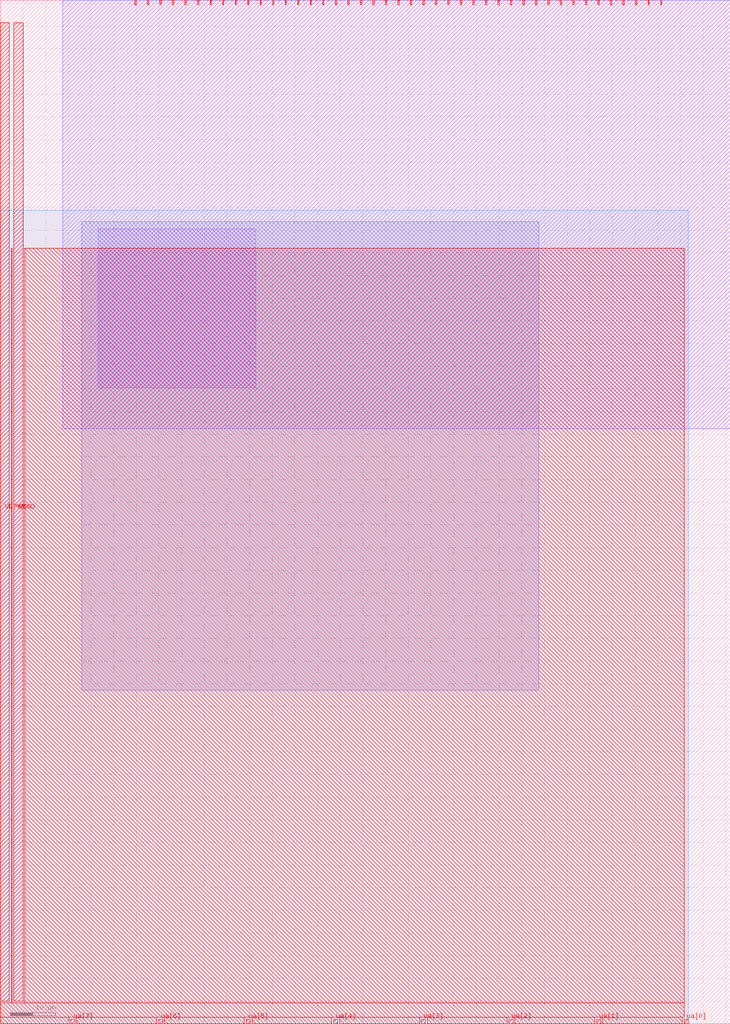
<source format=lef>
VERSION 5.7 ;
  NOWIREEXTENSIONATPIN ON ;
  DIVIDERCHAR "/" ;
  BUSBITCHARS "[]" ;
MACRO tt_um_test_14
  CLASS BLOCK ;
  FOREIGN tt_um_test_14 ;
  ORIGIN 0.000 0.000 ;
  SIZE 161.000 BY 225.760 ;
  PIN clk
    DIRECTION INPUT ;
    PORT
      LAYER met4 ;
        RECT 142.860 224.760 143.160 225.760 ;
    END
  END clk
  PIN ena
    DIRECTION INPUT ;
    PORT
      LAYER met4 ;
        RECT 145.620 224.760 145.920 225.760 ;
    END
  END ena
  PIN rst_n
    DIRECTION INPUT ;
    PORT
      LAYER met4 ;
        RECT 140.100 224.760 140.400 225.760 ;
    END
  END rst_n
  PIN ua[0]
    DIRECTION INOUT ;
    PORT
      LAYER met4 ;
        RECT 150.840 0.000 151.740 1.000 ;
    END
  END ua[0]
  PIN ua[1]
    DIRECTION INOUT ;
    PORT
      LAYER met4 ;
        RECT 131.520 0.000 132.420 1.000 ;
    END
  END ua[1]
  PIN ua[2]
    DIRECTION INOUT ;
    PORT
      LAYER met4 ;
        RECT 112.200 0.000 113.100 1.000 ;
    END
  END ua[2]
  PIN ua[3]
    DIRECTION INOUT ;
    PORT
      LAYER met4 ;
        RECT 92.880 0.000 93.780 1.000 ;
    END
  END ua[3]
  PIN ua[4]
    DIRECTION INOUT ;
    PORT
      LAYER met4 ;
        RECT 73.560 0.000 74.460 1.000 ;
    END
  END ua[4]
  PIN ua[5]
    DIRECTION INOUT ;
    PORT
      LAYER met4 ;
        RECT 54.240 0.000 55.140 1.000 ;
    END
  END ua[5]
  PIN ua[6]
    DIRECTION INOUT ;
    PORT
      LAYER met4 ;
        RECT 34.920 0.000 35.820 1.000 ;
    END
  END ua[6]
  PIN ua[7]
    DIRECTION INOUT ;
    PORT
      LAYER met4 ;
        RECT 15.600 0.000 16.500 1.000 ;
    END
  END ua[7]
  PIN ui_in[0]
    DIRECTION INPUT ;
    PORT
      LAYER met4 ;
        RECT 137.340 224.760 137.640 225.760 ;
    END
  END ui_in[0]
  PIN ui_in[1]
    DIRECTION INPUT ;
    PORT
      LAYER met4 ;
        RECT 134.580 224.760 134.880 225.760 ;
    END
  END ui_in[1]
  PIN ui_in[2]
    DIRECTION INPUT ;
    PORT
      LAYER met4 ;
        RECT 131.820 224.760 132.120 225.760 ;
    END
  END ui_in[2]
  PIN ui_in[3]
    DIRECTION INPUT ;
    PORT
      LAYER met4 ;
        RECT 129.060 224.760 129.360 225.760 ;
    END
  END ui_in[3]
  PIN ui_in[4]
    DIRECTION INPUT ;
    PORT
      LAYER met4 ;
        RECT 126.300 224.760 126.600 225.760 ;
    END
  END ui_in[4]
  PIN ui_in[5]
    DIRECTION INPUT ;
    PORT
      LAYER met4 ;
        RECT 123.540 224.760 123.840 225.760 ;
    END
  END ui_in[5]
  PIN ui_in[6]
    DIRECTION INPUT ;
    PORT
      LAYER met4 ;
        RECT 120.780 224.760 121.080 225.760 ;
    END
  END ui_in[6]
  PIN ui_in[7]
    DIRECTION INPUT ;
    PORT
      LAYER met4 ;
        RECT 118.020 224.760 118.320 225.760 ;
    END
  END ui_in[7]
  PIN uio_in[0]
    DIRECTION INPUT ;
    PORT
      LAYER met4 ;
        RECT 115.260 224.760 115.560 225.760 ;
    END
  END uio_in[0]
  PIN uio_in[1]
    DIRECTION INPUT ;
    PORT
      LAYER met4 ;
        RECT 112.500 224.760 112.800 225.760 ;
    END
  END uio_in[1]
  PIN uio_in[2]
    DIRECTION INPUT ;
    PORT
      LAYER met4 ;
        RECT 109.740 224.760 110.040 225.760 ;
    END
  END uio_in[2]
  PIN uio_in[3]
    DIRECTION INPUT ;
    PORT
      LAYER met4 ;
        RECT 106.980 224.760 107.280 225.760 ;
    END
  END uio_in[3]
  PIN uio_in[4]
    DIRECTION INPUT ;
    PORT
      LAYER met4 ;
        RECT 104.220 224.760 104.520 225.760 ;
    END
  END uio_in[4]
  PIN uio_in[5]
    DIRECTION INPUT ;
    PORT
      LAYER met4 ;
        RECT 101.460 224.760 101.760 225.760 ;
    END
  END uio_in[5]
  PIN uio_in[6]
    DIRECTION INPUT ;
    PORT
      LAYER met4 ;
        RECT 98.700 224.760 99.000 225.760 ;
    END
  END uio_in[6]
  PIN uio_in[7]
    DIRECTION INPUT ;
    PORT
      LAYER met4 ;
        RECT 95.940 224.760 96.240 225.760 ;
    END
  END uio_in[7]
  PIN uio_oe[0]
    DIRECTION OUTPUT TRISTATE ;
    PORT
      LAYER met4 ;
        RECT 49.020 224.760 49.320 225.760 ;
    END
  END uio_oe[0]
  PIN uio_oe[1]
    DIRECTION OUTPUT TRISTATE ;
    PORT
      LAYER met4 ;
        RECT 46.260 224.760 46.560 225.760 ;
    END
  END uio_oe[1]
  PIN uio_oe[2]
    DIRECTION OUTPUT TRISTATE ;
    PORT
      LAYER met4 ;
        RECT 43.500 224.760 43.800 225.760 ;
    END
  END uio_oe[2]
  PIN uio_oe[3]
    DIRECTION OUTPUT TRISTATE ;
    PORT
      LAYER met4 ;
        RECT 40.740 224.760 41.040 225.760 ;
    END
  END uio_oe[3]
  PIN uio_oe[4]
    DIRECTION OUTPUT TRISTATE ;
    PORT
      LAYER met4 ;
        RECT 37.980 224.760 38.280 225.760 ;
    END
  END uio_oe[4]
  PIN uio_oe[5]
    DIRECTION OUTPUT TRISTATE ;
    PORT
      LAYER met4 ;
        RECT 35.220 224.760 35.520 225.760 ;
    END
  END uio_oe[5]
  PIN uio_oe[6]
    DIRECTION OUTPUT TRISTATE ;
    PORT
      LAYER met4 ;
        RECT 32.460 224.760 32.760 225.760 ;
    END
  END uio_oe[6]
  PIN uio_oe[7]
    DIRECTION OUTPUT TRISTATE ;
    PORT
      LAYER met4 ;
        RECT 29.700 224.760 30.000 225.760 ;
    END
  END uio_oe[7]
  PIN uio_out[0]
    DIRECTION OUTPUT TRISTATE ;
    PORT
      LAYER met4 ;
        RECT 71.100 224.760 71.400 225.760 ;
    END
  END uio_out[0]
  PIN uio_out[1]
    DIRECTION OUTPUT TRISTATE ;
    PORT
      LAYER met4 ;
        RECT 68.340 224.760 68.640 225.760 ;
    END
  END uio_out[1]
  PIN uio_out[2]
    DIRECTION OUTPUT TRISTATE ;
    PORT
      LAYER met4 ;
        RECT 65.580 224.760 65.880 225.760 ;
    END
  END uio_out[2]
  PIN uio_out[3]
    DIRECTION OUTPUT TRISTATE ;
    PORT
      LAYER met4 ;
        RECT 62.820 224.760 63.120 225.760 ;
    END
  END uio_out[3]
  PIN uio_out[4]
    DIRECTION OUTPUT TRISTATE ;
    PORT
      LAYER met4 ;
        RECT 60.060 224.760 60.360 225.760 ;
    END
  END uio_out[4]
  PIN uio_out[5]
    DIRECTION OUTPUT TRISTATE ;
    PORT
      LAYER met4 ;
        RECT 57.300 224.760 57.600 225.760 ;
    END
  END uio_out[5]
  PIN uio_out[6]
    DIRECTION OUTPUT TRISTATE ;
    PORT
      LAYER met4 ;
        RECT 54.540 224.760 54.840 225.760 ;
    END
  END uio_out[6]
  PIN uio_out[7]
    DIRECTION OUTPUT TRISTATE ;
    PORT
      LAYER met4 ;
        RECT 51.780 224.760 52.080 225.760 ;
    END
  END uio_out[7]
  PIN uo_out[0]
    DIRECTION OUTPUT TRISTATE ;
    PORT
      LAYER met4 ;
        RECT 93.180 224.760 93.480 225.760 ;
    END
  END uo_out[0]
  PIN uo_out[1]
    DIRECTION OUTPUT TRISTATE ;
    PORT
      LAYER met4 ;
        RECT 90.420 224.760 90.720 225.760 ;
    END
  END uo_out[1]
  PIN uo_out[2]
    DIRECTION OUTPUT TRISTATE ;
    PORT
      LAYER met4 ;
        RECT 87.660 224.760 87.960 225.760 ;
    END
  END uo_out[2]
  PIN uo_out[3]
    DIRECTION OUTPUT TRISTATE ;
    PORT
      LAYER met4 ;
        RECT 84.900 224.760 85.200 225.760 ;
    END
  END uo_out[3]
  PIN uo_out[4]
    DIRECTION OUTPUT TRISTATE ;
    PORT
      LAYER met4 ;
        RECT 82.140 224.760 82.440 225.760 ;
    END
  END uo_out[4]
  PIN uo_out[5]
    DIRECTION OUTPUT TRISTATE ;
    PORT
      LAYER met4 ;
        RECT 79.380 224.760 79.680 225.760 ;
    END
  END uo_out[5]
  PIN uo_out[6]
    DIRECTION OUTPUT TRISTATE ;
    PORT
      LAYER met4 ;
        RECT 76.620 224.760 76.920 225.760 ;
    END
  END uo_out[6]
  PIN uo_out[7]
    DIRECTION OUTPUT TRISTATE ;
    PORT
      LAYER met4 ;
        RECT 73.860 224.760 74.160 225.760 ;
    END
  END uo_out[7]
  PIN VDPWR
    DIRECTION INOUT ;
    USE POWER ;
    PORT
      LAYER met4 ;
        RECT 0.030 5.000 2.030 220.760 ;
    END
  END VDPWR
  PIN VGND
    DIRECTION INOUT ;
    USE GROUND ;
    PORT
      LAYER met4 ;
        RECT 3.030 5.000 5.030 220.760 ;
    END
  END VGND
  OBS
      LAYER li1 ;
        RECT 21.630 140.305 56.380 175.355 ;
      LAYER met1 ;
        RECT 13.780 131.250 161.000 225.750 ;
      LAYER met2 ;
        RECT 17.980 73.565 118.730 176.885 ;
      LAYER met3 ;
        RECT 0.000 0.020 151.730 179.400 ;
      LAYER met4 ;
        RECT 2.430 4.600 2.630 171.055 ;
        RECT 5.430 4.600 150.840 171.055 ;
        RECT 0.025 1.400 150.840 4.600 ;
        RECT 0.025 0.045 15.200 1.400 ;
        RECT 16.900 0.045 34.520 1.400 ;
        RECT 36.220 0.045 53.840 1.400 ;
        RECT 55.540 0.045 73.160 1.400 ;
        RECT 74.860 0.045 92.480 1.400 ;
        RECT 94.180 0.045 111.800 1.400 ;
        RECT 113.500 0.045 131.120 1.400 ;
        RECT 132.820 0.045 150.440 1.400 ;
  END
END tt_um_test_14
END LIBRARY


</source>
